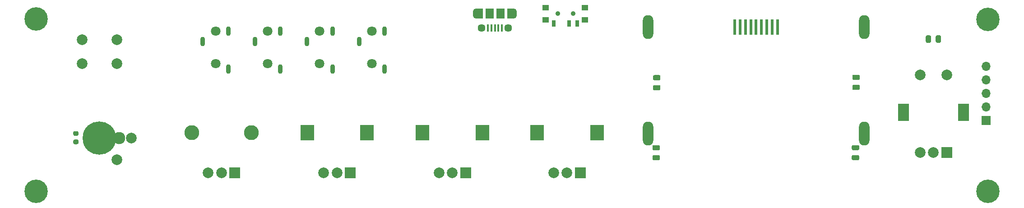
<source format=gbr>
%TF.GenerationSoftware,KiCad,Pcbnew,(5.1.8-0-10_14)*%
%TF.CreationDate,2021-02-06T10:55:23+01:00*%
%TF.ProjectId,PoundingSystem,506f756e-6469-46e6-9753-797374656d2e,rev?*%
%TF.SameCoordinates,Original*%
%TF.FileFunction,Soldermask,Bot*%
%TF.FilePolarity,Negative*%
%FSLAX46Y46*%
G04 Gerber Fmt 4.6, Leading zero omitted, Abs format (unit mm)*
G04 Created by KiCad (PCBNEW (5.1.8-0-10_14)) date 2021-02-06 10:55:23*
%MOMM*%
%LPD*%
G01*
G04 APERTURE LIST*
%ADD10R,2.000000X2.000000*%
%ADD11C,2.000000*%
%ADD12R,2.500000X3.000000*%
%ADD13C,4.400000*%
%ADD14C,0.700000*%
%ADD15R,2.000000X3.200000*%
%ADD16C,1.800000*%
%ADD17O,0.900000X1.800000*%
%ADD18R,1.200000X1.000000*%
%ADD19C,0.900000*%
%ADD20R,0.800000X1.200000*%
%ADD21C,2.300000*%
%ADD22C,6.250000*%
%ADD23C,1.500000*%
%ADD24R,0.600000X3.000000*%
%ADD25O,2.000000X4.500000*%
%ADD26C,2.800000*%
%ADD27R,1.700000X1.700000*%
%ADD28O,1.700000X1.700000*%
%ADD29R,1.200000X1.900000*%
%ADD30O,1.200000X1.900000*%
%ADD31R,1.500000X1.900000*%
%ADD32C,1.450000*%
%ADD33R,0.400000X1.350000*%
G04 APERTURE END LIST*
%TO.C,D8*%
G36*
G01*
X204250000Y-79918750D02*
X204250000Y-80831250D01*
G75*
G02*
X204006250Y-81075000I-243750J0D01*
G01*
X203518750Y-81075000D01*
G75*
G02*
X203275000Y-80831250I0J243750D01*
G01*
X203275000Y-79918750D01*
G75*
G02*
X203518750Y-79675000I243750J0D01*
G01*
X204006250Y-79675000D01*
G75*
G02*
X204250000Y-79918750I0J-243750D01*
G01*
G37*
G36*
G01*
X206125000Y-79918750D02*
X206125000Y-80831250D01*
G75*
G02*
X205881250Y-81075000I-243750J0D01*
G01*
X205393750Y-81075000D01*
G75*
G02*
X205150000Y-80831250I0J243750D01*
G01*
X205150000Y-79918750D01*
G75*
G02*
X205393750Y-79675000I243750J0D01*
G01*
X205881250Y-79675000D01*
G75*
G02*
X206125000Y-79918750I0J-243750D01*
G01*
G37*
%TD*%
D10*
%TO.C,SW4*%
X95317920Y-105435000D03*
D11*
X92817920Y-105435000D03*
X90317920Y-105435000D03*
D12*
X98417920Y-97935000D03*
X87217920Y-97935000D03*
%TD*%
D10*
%TO.C,SW3*%
X116970280Y-105435000D03*
D11*
X114470280Y-105435000D03*
X111970280Y-105435000D03*
D12*
X120070280Y-97935000D03*
X108870280Y-97935000D03*
%TD*%
D13*
%TO.C,H2*%
X36375000Y-76625000D03*
D14*
X38025000Y-76625000D03*
X37541726Y-77791726D03*
X36375000Y-78275000D03*
X35208274Y-77791726D03*
X34725000Y-76625000D03*
X35208274Y-75458274D03*
X36375000Y-74975000D03*
X37541726Y-75458274D03*
%TD*%
D10*
%TO.C,SW1*%
X207225000Y-101625000D03*
D11*
X204725000Y-101625000D03*
X202225000Y-101625000D03*
D15*
X210325000Y-94125000D03*
X199125000Y-94125000D03*
D11*
X207225000Y-87125000D03*
X202225000Y-87125000D03*
%TD*%
%TO.C,SW7*%
X51500000Y-85000000D03*
X51500000Y-80500000D03*
X45000000Y-85000000D03*
X45000000Y-80500000D03*
%TD*%
D16*
%TO.C,J5*%
X99357500Y-84970000D03*
X99357500Y-78870000D03*
D17*
X101757500Y-85970000D03*
X101757500Y-78914000D03*
X96960500Y-80847000D03*
%TD*%
D18*
%TO.C,SW9*%
X131960000Y-76780000D03*
X131960000Y-74480000D03*
X139360000Y-76780000D03*
X139360000Y-74480000D03*
D19*
X134210000Y-75630000D03*
X137110000Y-75630000D03*
D20*
X137860000Y-77480000D03*
X136360000Y-77480000D03*
X133460000Y-77480000D03*
%TD*%
%TO.C,D7*%
G36*
G01*
X153156250Y-101250000D02*
X152243750Y-101250000D01*
G75*
G02*
X152000000Y-101006250I0J243750D01*
G01*
X152000000Y-100518750D01*
G75*
G02*
X152243750Y-100275000I243750J0D01*
G01*
X153156250Y-100275000D01*
G75*
G02*
X153400000Y-100518750I0J-243750D01*
G01*
X153400000Y-101006250D01*
G75*
G02*
X153156250Y-101250000I-243750J0D01*
G01*
G37*
G36*
G01*
X153156250Y-103125000D02*
X152243750Y-103125000D01*
G75*
G02*
X152000000Y-102881250I0J243750D01*
G01*
X152000000Y-102393750D01*
G75*
G02*
X152243750Y-102150000I243750J0D01*
G01*
X153156250Y-102150000D01*
G75*
G02*
X153400000Y-102393750I0J-243750D01*
G01*
X153400000Y-102881250D01*
G75*
G02*
X153156250Y-103125000I-243750J0D01*
G01*
G37*
%TD*%
%TO.C,D6*%
G36*
G01*
X189643750Y-102150000D02*
X190556250Y-102150000D01*
G75*
G02*
X190800000Y-102393750I0J-243750D01*
G01*
X190800000Y-102881250D01*
G75*
G02*
X190556250Y-103125000I-243750J0D01*
G01*
X189643750Y-103125000D01*
G75*
G02*
X189400000Y-102881250I0J243750D01*
G01*
X189400000Y-102393750D01*
G75*
G02*
X189643750Y-102150000I243750J0D01*
G01*
G37*
G36*
G01*
X189643750Y-100275000D02*
X190556250Y-100275000D01*
G75*
G02*
X190800000Y-100518750I0J-243750D01*
G01*
X190800000Y-101006250D01*
G75*
G02*
X190556250Y-101250000I-243750J0D01*
G01*
X189643750Y-101250000D01*
G75*
G02*
X189400000Y-101006250I0J243750D01*
G01*
X189400000Y-100518750D01*
G75*
G02*
X189643750Y-100275000I243750J0D01*
G01*
G37*
%TD*%
%TO.C,D5*%
G36*
G01*
X189743750Y-88950000D02*
X190656250Y-88950000D01*
G75*
G02*
X190900000Y-89193750I0J-243750D01*
G01*
X190900000Y-89681250D01*
G75*
G02*
X190656250Y-89925000I-243750J0D01*
G01*
X189743750Y-89925000D01*
G75*
G02*
X189500000Y-89681250I0J243750D01*
G01*
X189500000Y-89193750D01*
G75*
G02*
X189743750Y-88950000I243750J0D01*
G01*
G37*
G36*
G01*
X189743750Y-87075000D02*
X190656250Y-87075000D01*
G75*
G02*
X190900000Y-87318750I0J-243750D01*
G01*
X190900000Y-87806250D01*
G75*
G02*
X190656250Y-88050000I-243750J0D01*
G01*
X189743750Y-88050000D01*
G75*
G02*
X189500000Y-87806250I0J243750D01*
G01*
X189500000Y-87318750D01*
G75*
G02*
X189743750Y-87075000I243750J0D01*
G01*
G37*
%TD*%
%TO.C,D4*%
G36*
G01*
X153256250Y-89987500D02*
X152343750Y-89987500D01*
G75*
G02*
X152100000Y-89743750I0J243750D01*
G01*
X152100000Y-89256250D01*
G75*
G02*
X152343750Y-89012500I243750J0D01*
G01*
X153256250Y-89012500D01*
G75*
G02*
X153500000Y-89256250I0J-243750D01*
G01*
X153500000Y-89743750D01*
G75*
G02*
X153256250Y-89987500I-243750J0D01*
G01*
G37*
G36*
G01*
X153256250Y-88112500D02*
X152343750Y-88112500D01*
G75*
G02*
X152100000Y-87868750I0J243750D01*
G01*
X152100000Y-87381250D01*
G75*
G02*
X152343750Y-87137500I243750J0D01*
G01*
X153256250Y-87137500D01*
G75*
G02*
X153500000Y-87381250I0J-243750D01*
G01*
X153500000Y-87868750D01*
G75*
G02*
X153256250Y-88112500I-243750J0D01*
G01*
G37*
%TD*%
D21*
%TO.C,SW5*%
X51912000Y-98922000D03*
D11*
X51512000Y-103052000D03*
X54262000Y-98922000D03*
D22*
X48212000Y-98922000D03*
%TD*%
D23*
%TO.C,U5*%
X151200000Y-77350000D03*
X151200000Y-79350000D03*
X151200000Y-76850000D03*
D24*
X173450000Y-78100000D03*
X172450000Y-78100000D03*
X171450000Y-78100000D03*
X174450000Y-78100000D03*
X175450000Y-78100000D03*
X170450000Y-78100000D03*
X169450000Y-78100000D03*
X168450000Y-78100000D03*
X167450000Y-78100000D03*
D25*
X191700000Y-78100000D03*
X151200000Y-78100000D03*
X191700000Y-98100000D03*
X151200000Y-98100000D03*
D23*
X151200000Y-78600000D03*
X151200000Y-96850000D03*
X151200000Y-99350000D03*
X191700000Y-77350000D03*
X191700000Y-76850000D03*
X191700000Y-78850000D03*
X191700000Y-79350000D03*
X191700000Y-96850000D03*
X191700000Y-99350000D03*
X191700000Y-97600000D03*
X191700000Y-98850000D03*
X151200000Y-97350000D03*
X151200000Y-98600000D03*
%TD*%
D10*
%TO.C,SW8*%
X73665560Y-105435000D03*
D11*
X71165560Y-105435000D03*
X68665560Y-105435000D03*
D26*
X76765560Y-97935000D03*
X65565560Y-97935000D03*
%TD*%
D14*
%TO.C,H4*%
X37541726Y-107783274D03*
X36375000Y-107300000D03*
X35208274Y-107783274D03*
X34725000Y-108950000D03*
X35208274Y-110116726D03*
X36375000Y-110600000D03*
X37541726Y-110116726D03*
X38025000Y-108950000D03*
D13*
X36375000Y-108950000D03*
%TD*%
D14*
%TO.C,H3*%
X216141726Y-75483274D03*
X214975000Y-75000000D03*
X213808274Y-75483274D03*
X213325000Y-76650000D03*
X213808274Y-77816726D03*
X214975000Y-78300000D03*
X216141726Y-77816726D03*
X216625000Y-76650000D03*
D13*
X214975000Y-76650000D03*
%TD*%
D14*
%TO.C,H2*%
X37541726Y-75458274D03*
X36375000Y-74975000D03*
X35208274Y-75458274D03*
X34725000Y-76625000D03*
X35208274Y-77791726D03*
X36375000Y-78275000D03*
X37541726Y-77791726D03*
X38025000Y-76625000D03*
D13*
X36375000Y-76625000D03*
%TD*%
D14*
%TO.C,H1*%
X216141726Y-107783274D03*
X214975000Y-107300000D03*
X213808274Y-107783274D03*
X213325000Y-108950000D03*
X213808274Y-110116726D03*
X214975000Y-110600000D03*
X216141726Y-110116726D03*
X216625000Y-108950000D03*
D13*
X214975000Y-108950000D03*
%TD*%
D16*
%TO.C,J2*%
X89581667Y-84970000D03*
X89581667Y-78870000D03*
D17*
X91981667Y-85970000D03*
X91981667Y-78914000D03*
X87184667Y-80847000D03*
%TD*%
%TO.C,D3*%
G36*
G01*
X43575750Y-99237000D02*
X44088250Y-99237000D01*
G75*
G02*
X44307000Y-99455750I0J-218750D01*
G01*
X44307000Y-99893250D01*
G75*
G02*
X44088250Y-100112000I-218750J0D01*
G01*
X43575750Y-100112000D01*
G75*
G02*
X43357000Y-99893250I0J218750D01*
G01*
X43357000Y-99455750D01*
G75*
G02*
X43575750Y-99237000I218750J0D01*
G01*
G37*
G36*
G01*
X43575750Y-97662000D02*
X44088250Y-97662000D01*
G75*
G02*
X44307000Y-97880750I0J-218750D01*
G01*
X44307000Y-98318250D01*
G75*
G02*
X44088250Y-98537000I-218750J0D01*
G01*
X43575750Y-98537000D01*
G75*
G02*
X43357000Y-98318250I0J218750D01*
G01*
X43357000Y-97880750D01*
G75*
G02*
X43575750Y-97662000I218750J0D01*
G01*
G37*
%TD*%
D27*
%TO.C,J6*%
X214600000Y-95630000D03*
D28*
X214600000Y-93090000D03*
X214600000Y-90550000D03*
X214600000Y-88010000D03*
X214600000Y-85470000D03*
%TD*%
D16*
%TO.C,J4*%
X70030000Y-84970000D03*
X70030000Y-78870000D03*
D17*
X72430000Y-85970000D03*
X72430000Y-78914000D03*
X67633000Y-80847000D03*
%TD*%
D10*
%TO.C,SW2*%
X138472640Y-105435000D03*
D11*
X135972640Y-105435000D03*
X133472640Y-105435000D03*
D12*
X141572640Y-97935000D03*
X130372640Y-97935000D03*
%TD*%
D16*
%TO.C,J3*%
X79805834Y-84970000D03*
X79805834Y-78870000D03*
D17*
X82205834Y-85970000D03*
X82205834Y-78914000D03*
X77408834Y-80847000D03*
%TD*%
D29*
%TO.C,J1*%
X119560000Y-75602500D03*
X125360000Y-75602500D03*
D30*
X125960000Y-75602500D03*
X118960000Y-75602500D03*
D31*
X121460000Y-75602500D03*
D32*
X124960000Y-78302500D03*
D33*
X122460000Y-78302500D03*
X123110000Y-78302500D03*
X123760000Y-78302500D03*
X121160000Y-78302500D03*
X121810000Y-78302500D03*
D32*
X119960000Y-78302500D03*
D31*
X123460000Y-75602500D03*
%TD*%
M02*

</source>
